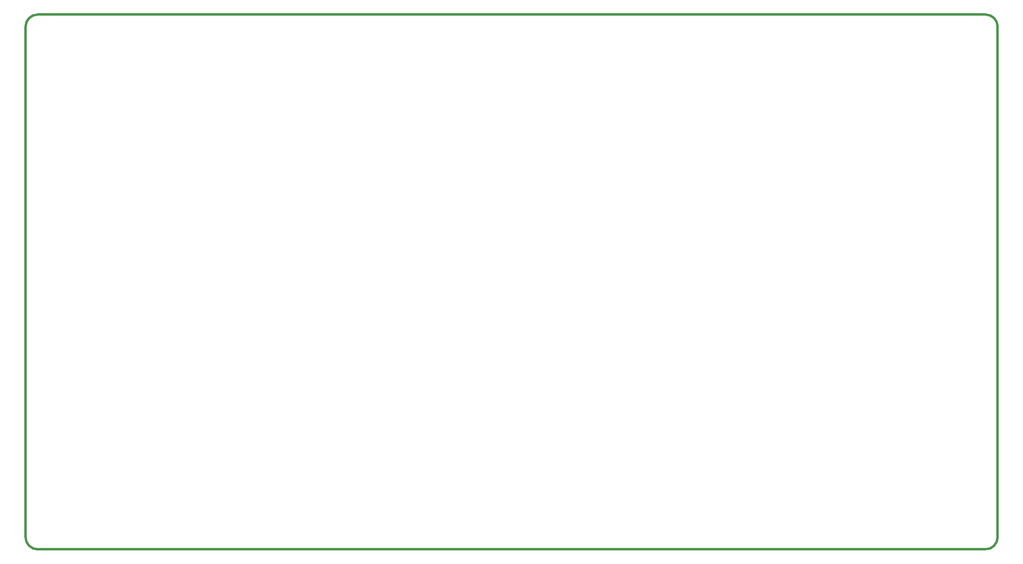
<source format=gbp>
G04*
G04 #@! TF.GenerationSoftware,Altium Limited,Altium Designer,25.5.2 (35)*
G04*
G04 Layer_Color=128*
%FSLAX43Y43*%
%MOMM*%
G71*
G04*
G04 #@! TF.SameCoordinates,737B1F3F-4E3A-4C0A-B37F-581FB9ED70DE*
G04*
G04*
G04 #@! TF.FilePolarity,Positive*
G04*
G01*
G75*
%ADD18C,0.500*%
D18*
X2500Y110000D02*
G03*
X-0Y107500I0J-2500D01*
G01*
X200000D02*
G03*
X197500Y110000I-2500J0D01*
G01*
X197500Y-0D02*
G03*
X200000Y2500I0J2500D01*
G01*
X0Y2500D02*
G03*
X2500Y0I2500J0D01*
G01*
X2500Y110000D02*
X197500Y110000D01*
X2500Y0D02*
X197500D01*
X-0Y107500D02*
X0Y2500D01*
X200000Y2500D02*
X200000Y107500D01*
M02*

</source>
